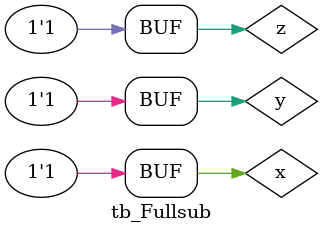
<source format=v>
/* 비트 단위 논리 연산자를 사용하여 전가산기의 테스트 벤치, `는 ~옆에 */

`timescale 1ns/10ps 

module tb_Fullsub;
	reg x, y, z;
	wire D, B;

	Fullsub tb(x, y, z, D, B);

	//여기서부터 waveform을 보기위한 파일을 만드는 코드
	initial
	   begin
	       $dumpfile("test_Subtracter_out.vcd"); 
	       $dumpvars(-1,tb);                    
	       $monitor("%b", D);
	       $monitor("%b", B);
	    end
		//waveform을 보기위한 코드 끝

	initial
	   begin                                       
	       x = 0; y=0; z = 0; #100;      
	       x = 0; y=1; z = 0; #100;
	       x = 1; y=0; z = 0; #100;
	       x = 1; y=1; z = 0; #100;
	       x = 0; y=0; z = 1; #100;
	       x = 0; y=1; z = 1; #100;
	       x = 1; y=0; z = 1; #100;
	       x = 1; y=1; z = 1; #100;
	   end	  

endmodule
</source>
